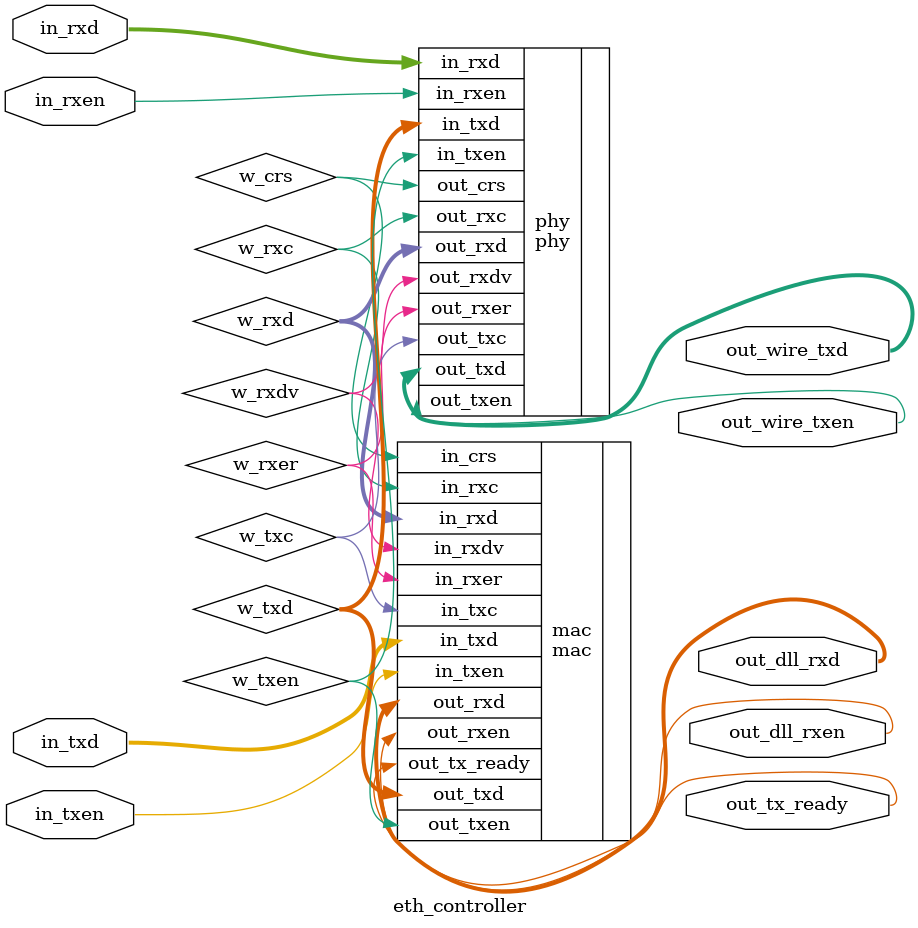
<source format=v>
`include "mac.v"
`include "phy.v"

module eth_controller(
    input   wire          in_txen,      // mcu/cpu to mac transmit enable
    input   wire [7:0]    in_txd,       // mcu/cpu to mac transmit data
    input   wire          in_rxen,      // wire to phy receive enable
    input   wire [7:0]    in_rxd,       // wire to phy receive data
    output  wire          out_tx_ready, // mac to mcu/cpu transmit ready (1 after preamble etc has been sent)
    output  wire          out_dll_rxen, // mac to data-link layer receive enable
    output  wire [7:0]    out_dll_rxd,  // mac to data-link layer receive data
    output  wire          out_wire_txen,// phy to wire transmit enable
    output  wire [7:0]    out_wire_txd  // phy to wire transmit data
    );

    // We've included the MII in this module itself. It is essentially common wires between the MAC
    // and PHY. Since we're instantiating them here, it makes sense to connect them here to.
    //
    // The media-independent interface (MII) is a standard interface to connect a Ethernet media access 
    // control (MAC) block to a PHY chip.
    // The original MII transfers network data using 4-bit nibbles in each direction (4 transmit data 
    // bits, 4 receive data bits). The data is clocked at 25 MHz to achieve 100 Mbit/s throughput.
    // https://en.wikipedia.org/wiki/Media-independent_interface
    //
    // The transmit clock is a free-running clock generated by the PHY based on the link speed
    // (25 MHz for 100 Mbit/s, 2.5 MHz for 10 Mbit/s).
    // The remaining transmit signals are driven by the MAC synchronously on the rising edge of TXC.
    // This arrangement allows the MAC to operate without having to be aware of the link speed.
    // The transmit enable signal is held high during frame transmission and low when the transmitter
    // is idle.
    wire        w_txc;      // transmit clock
    wire        w_txen;     // transmit enable
    wire [7:0]  w_txd;      // transmit data

    // The first seven receiver signals are entirely analogous to the transmitter signals, except
    // RX_ER is not optional and used to indicate the received signal could not be decoded to valid
    // data. The receive clock is recovered from the incoming signal during frame reception. When
    // no clock can be recovered (i.e. when the medium is silent), the PHY must present a free-running
    // clock as a substitute.
    wire        w_rxc;      // receive clock
    wire        w_rxdv;     // receive data valid
    wire [7:0]  w_rxd;      // receive data
    wire        w_rxer;     // receive error
    wire        w_crs;      // carrier sense

    mac mac(
        .in_txc(w_txc),
        .in_txen(in_txen),
        .in_txd(in_txd),
        .in_rxc(w_rxc),
        .in_rxdv(w_rxdv),
        .in_rxd(w_rxd),
        .in_rxer(w_rxer),
        .in_crs(w_crs),
        .out_tx_ready(out_tx_ready),
        .out_txen(w_txen),
        .out_txd(w_txd),
        .out_rxen(out_dll_rxen),
        .out_rxd(out_dll_rxd)
    );

    phy phy(
        .in_txen(w_txen),
        .in_txd(w_txd),
        .in_rxen(in_rxen),
        .in_rxd(in_rxd),
        .out_txc(w_txc),
        .out_txen(out_wire_txen),
        .out_txd(out_wire_txd),
        .out_rxc(w_rxc),
        .out_rxdv(w_rxdv),
        .out_rxd(w_rxd),
        .out_rxer(w_rxer),
        .out_crs(w_crs)
    );

endmodule

</source>
